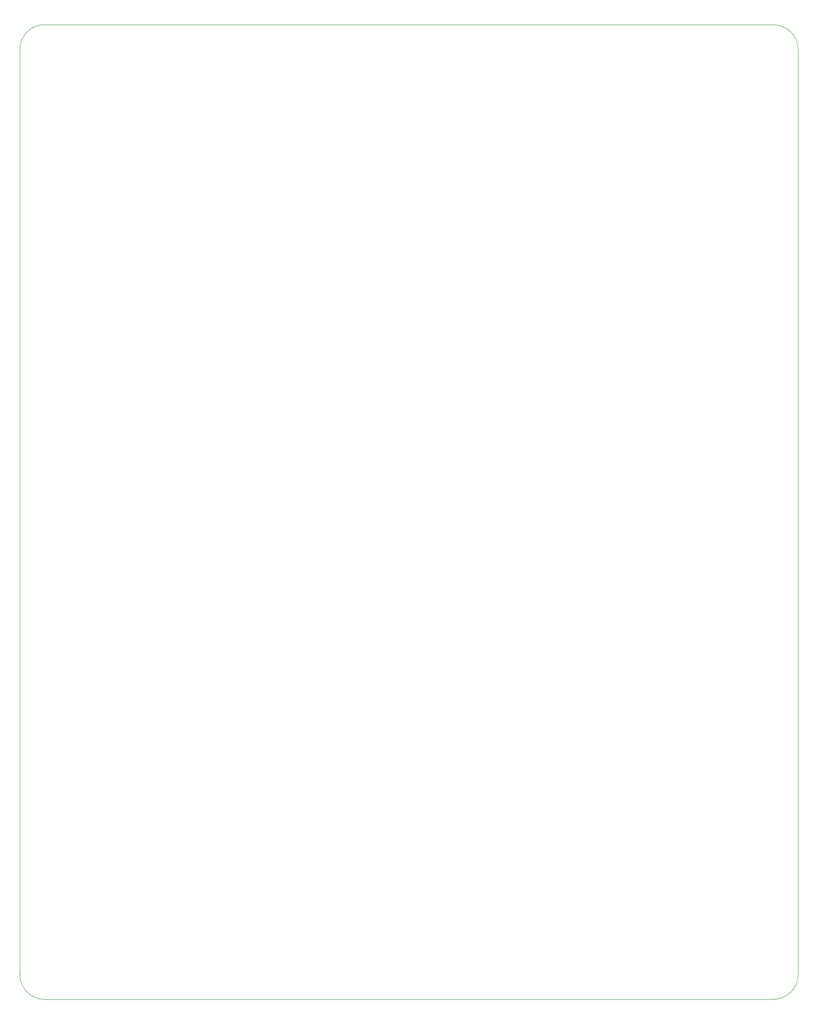
<source format=gm1>
G04 #@! TF.GenerationSoftware,KiCad,Pcbnew,8.0.6*
G04 #@! TF.CreationDate,2024-11-29T22:56:50+01:00*
G04 #@! TF.ProjectId,NerdEKO-Gamma-NoATX,4e657264-454b-44f2-9d47-616d6d612d4e,rev?*
G04 #@! TF.SameCoordinates,Original*
G04 #@! TF.FileFunction,Profile,NP*
%FSLAX46Y46*%
G04 Gerber Fmt 4.6, Leading zero omitted, Abs format (unit mm)*
G04 Created by KiCad (PCBNEW 8.0.6) date 2024-11-29 22:56:50*
%MOMM*%
%LPD*%
G01*
G04 APERTURE LIST*
G04 #@! TA.AperFunction,Profile*
%ADD10C,0.100000*%
G04 #@! TD*
G04 APERTURE END LIST*
D10*
X34509218Y-30400010D02*
X34509218Y-214951644D01*
X34509218Y-30400010D02*
G75*
G02*
X39509230Y-25399998I5000012J0D01*
G01*
X190009218Y-30480000D02*
X190009218Y-30400000D01*
X39509200Y-219951644D02*
G75*
G02*
X34509256Y-214951644I0J4999944D01*
G01*
X190009218Y-30480000D02*
X190009218Y-214951600D01*
X185009200Y-25400000D02*
G75*
G02*
X190009200Y-30400000I0J-5000000D01*
G01*
X190009218Y-214951600D02*
G75*
G02*
X184982182Y-219951646I-5000118J0D01*
G01*
X184982182Y-219951644D02*
X39509200Y-219951644D01*
X39509230Y-25400000D02*
X185009200Y-25400000D01*
M02*

</source>
